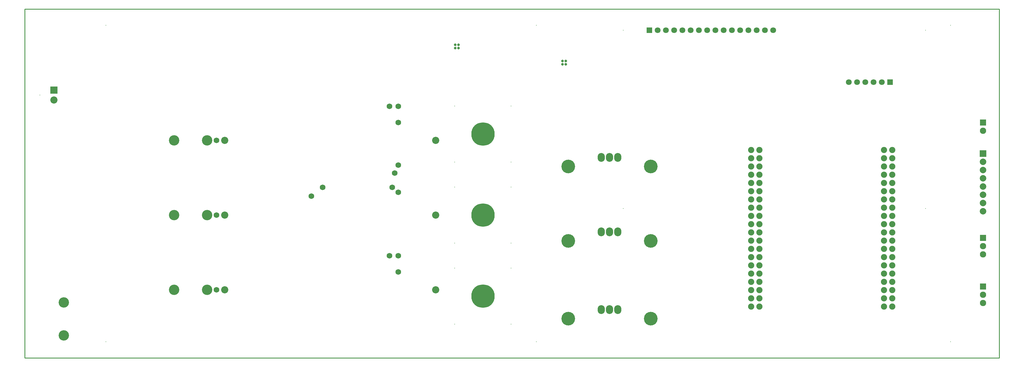
<source format=gbs>
G04 Layer_Color=16711935*
%FSLAX43Y43*%
%MOMM*%
G71*
G01*
G75*
%ADD36C,0.254*%
%ADD96O,2.203X2.703*%
%ADD97C,0.203*%
%ADD98C,7.203*%
%ADD99C,1.727*%
%ADD100C,2.203*%
%ADD101C,3.203*%
%ADD102C,1.803*%
%ADD103R,1.803X1.803*%
%ADD106C,1.903*%
%ADD107R,1.953X1.953*%
%ADD108C,1.953*%
%ADD109C,4.203*%
%ADD110R,0.203X0.203*%
%ADD111R,2.203X2.203*%
%ADD112C,2.003*%
%ADD113R,2.003X2.003*%
%ADD114C,0.803*%
D36*
X0Y0D02*
X300000D01*
Y107500D01*
X0D02*
X300000D01*
X0Y0D02*
Y107500D01*
D96*
X182550Y14900D02*
D03*
X180000D02*
D03*
X177450D02*
D03*
X182550Y61800D02*
D03*
X180000D02*
D03*
X177450D02*
D03*
Y38800D02*
D03*
X180000D02*
D03*
X182550D02*
D03*
D97*
X132350Y52650D02*
D03*
X149650Y35350D02*
D03*
Y52650D02*
D03*
X132350Y35350D02*
D03*
Y10350D02*
D03*
X149650Y27650D02*
D03*
Y10350D02*
D03*
X132350Y27650D02*
D03*
X25000Y5000D02*
D03*
X184250Y46000D02*
D03*
X132350Y60350D02*
D03*
X149650Y77650D02*
D03*
Y60350D02*
D03*
X132350Y77650D02*
D03*
X25000Y102500D02*
D03*
X157500D02*
D03*
X285000D02*
D03*
Y5000D02*
D03*
X157500Y5000D02*
D03*
X184250Y101000D02*
D03*
X277250D02*
D03*
X277270Y46000D02*
D03*
D98*
X141000Y44000D02*
D03*
Y19000D02*
D03*
Y69000D02*
D03*
D99*
X112250Y31500D02*
D03*
X115000Y26500D02*
D03*
Y31500D02*
D03*
X59000Y21000D02*
D03*
X91680Y52570D02*
D03*
X115000Y59380D02*
D03*
X113120Y52570D02*
D03*
X113880Y56970D02*
D03*
X115000Y51000D02*
D03*
X88200Y49800D02*
D03*
X59000Y44000D02*
D03*
X59000Y67000D02*
D03*
X115000Y77500D02*
D03*
Y72500D02*
D03*
X112250Y77500D02*
D03*
D100*
X61500Y21000D02*
D03*
X126500D02*
D03*
X9000Y79500D02*
D03*
X61500Y67000D02*
D03*
X126500D02*
D03*
X61500Y44000D02*
D03*
X126500D02*
D03*
D101*
X45920Y21000D02*
D03*
X56080D02*
D03*
X12000Y6920D02*
D03*
Y17080D02*
D03*
X45920Y67000D02*
D03*
X56080D02*
D03*
X45920Y44000D02*
D03*
X56080D02*
D03*
D102*
X253650Y85000D02*
D03*
X258730D02*
D03*
X263810D02*
D03*
X261270D02*
D03*
X256190D02*
D03*
X227810Y101000D02*
D03*
X222730D02*
D03*
X215110D02*
D03*
X210030D02*
D03*
X204950D02*
D03*
X199870D02*
D03*
X194790D02*
D03*
X197330D02*
D03*
X202410D02*
D03*
X207490D02*
D03*
X212570D02*
D03*
X217650D02*
D03*
X220190D02*
D03*
X225270D02*
D03*
X230350D02*
D03*
D103*
X266350Y85000D02*
D03*
X192250Y101000D02*
D03*
D106*
X223560Y64100D02*
D03*
Y61560D02*
D03*
Y59020D02*
D03*
Y56480D02*
D03*
Y53940D02*
D03*
Y51400D02*
D03*
Y48860D02*
D03*
Y46320D02*
D03*
Y43780D02*
D03*
Y41240D02*
D03*
Y38700D02*
D03*
Y36160D02*
D03*
Y33620D02*
D03*
Y31080D02*
D03*
Y28540D02*
D03*
Y26000D02*
D03*
Y23460D02*
D03*
Y20920D02*
D03*
Y18380D02*
D03*
Y15840D02*
D03*
X226100Y64100D02*
D03*
Y61560D02*
D03*
Y59020D02*
D03*
Y56480D02*
D03*
Y53940D02*
D03*
Y51400D02*
D03*
Y48860D02*
D03*
Y46320D02*
D03*
Y43780D02*
D03*
Y41240D02*
D03*
Y38700D02*
D03*
Y36160D02*
D03*
Y33620D02*
D03*
Y31080D02*
D03*
Y28540D02*
D03*
Y26000D02*
D03*
Y23460D02*
D03*
Y20920D02*
D03*
Y18380D02*
D03*
Y15840D02*
D03*
X267000D02*
D03*
Y18380D02*
D03*
Y20920D02*
D03*
Y23460D02*
D03*
Y26000D02*
D03*
Y28540D02*
D03*
Y31080D02*
D03*
Y33620D02*
D03*
Y36160D02*
D03*
Y38700D02*
D03*
Y41240D02*
D03*
Y43780D02*
D03*
Y46320D02*
D03*
Y48860D02*
D03*
Y51400D02*
D03*
Y53940D02*
D03*
Y56480D02*
D03*
Y59020D02*
D03*
Y61560D02*
D03*
Y64100D02*
D03*
X264460Y15840D02*
D03*
Y18380D02*
D03*
Y20920D02*
D03*
Y23460D02*
D03*
Y26000D02*
D03*
Y28540D02*
D03*
Y31080D02*
D03*
Y33620D02*
D03*
Y36160D02*
D03*
Y38700D02*
D03*
Y41240D02*
D03*
Y43780D02*
D03*
Y46320D02*
D03*
Y48860D02*
D03*
Y51400D02*
D03*
Y53940D02*
D03*
Y56480D02*
D03*
Y59020D02*
D03*
Y61560D02*
D03*
Y64100D02*
D03*
D107*
X295000Y37000D02*
D03*
Y72500D02*
D03*
Y22000D02*
D03*
D108*
Y34460D02*
D03*
Y31920D02*
D03*
Y69960D02*
D03*
Y16920D02*
D03*
Y19460D02*
D03*
D109*
X167300Y59000D02*
D03*
X192700D02*
D03*
X167300Y12100D02*
D03*
X192700D02*
D03*
X167300Y36000D02*
D03*
X192700D02*
D03*
D110*
X4680Y81000D02*
D03*
D111*
X9000Y82500D02*
D03*
D112*
X295000Y45220D02*
D03*
Y47760D02*
D03*
Y50300D02*
D03*
Y52840D02*
D03*
Y55380D02*
D03*
Y57920D02*
D03*
Y60460D02*
D03*
D113*
Y63000D02*
D03*
D114*
X166500Y90500D02*
D03*
X165500D02*
D03*
X166500Y91500D02*
D03*
X165500D02*
D03*
X132500Y96500D02*
D03*
X133500D02*
D03*
X132500Y95500D02*
D03*
X133500D02*
D03*
M02*

</source>
